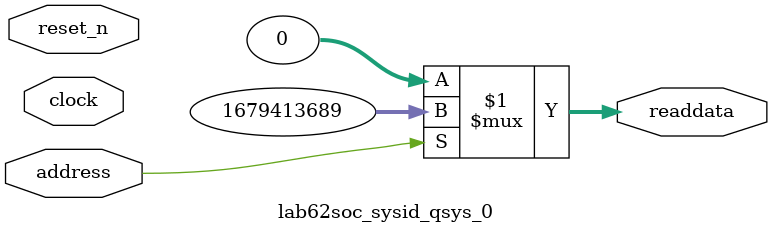
<source format=v>



// synthesis translate_off
`timescale 1ns / 1ps
// synthesis translate_on

// turn off superfluous verilog processor warnings 
// altera message_level Level1 
// altera message_off 10034 10035 10036 10037 10230 10240 10030 

module lab62soc_sysid_qsys_0 (
               // inputs:
                address,
                clock,
                reset_n,

               // outputs:
                readdata
             )
;

  output  [ 31: 0] readdata;
  input            address;
  input            clock;
  input            reset_n;

  wire    [ 31: 0] readdata;
  //control_slave, which is an e_avalon_slave
  assign readdata = address ? 1679413689 : 0;

endmodule



</source>
